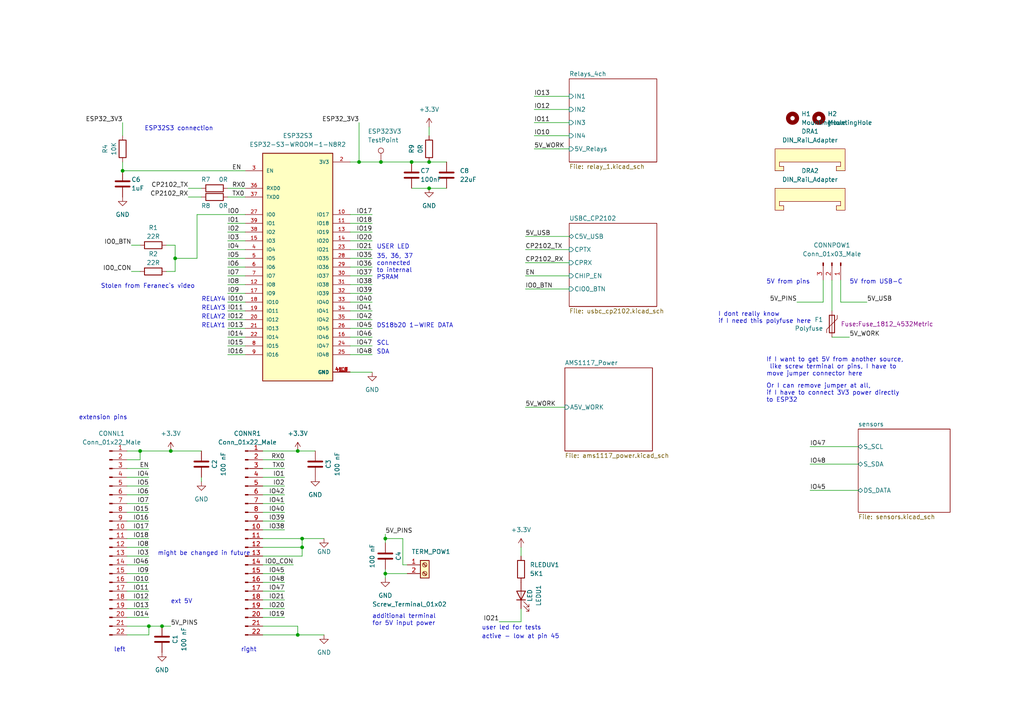
<source format=kicad_sch>
(kicad_sch (version 20211123) (generator eeschema)
  (paper "A4")
  (title_block (title "ESP32_4_relay") (date "2023-03-16") (rev "1") (company "IMBP"))
  (lib_symbols
    (symbol "Connector:Conn_01x03_Male" (pin_names (offset 1.016) hide)
      (property "Reference" "J" (at 0 5.08 0))
      (property "Value" "Conn_01x03_Male" (at 0 -5.08 0))
      (symbol "Conn_01x03_Male_1_1"
        (polyline (pts (xy 1.27 -2.54) (xy 0.8636 -2.54)) (stroke (width 0.1524)))
        (polyline (pts (xy 1.27 0) (xy 0.8636 0)) (stroke (width 0.1524)))
        (polyline (pts (xy 1.27 2.54) (xy 0.8636 2.54)) (stroke (width 0.1524)))
        (rectangle (start 0.8636 -2.413) (end 0 -2.667) (stroke (width 0.1524)) (fill (type outline)))
        (rectangle (start 0.8636 0.127) (end 0 -0.127) (stroke (width 0.1524)) (fill (type outline)))
        (rectangle (start 0.8636 2.667) (end 0 2.413) (stroke (width 0.1524)) (fill (type outline)))
        (pin passive line (at 5.08 2.54 180) (length 3.81) (name "Pin_1") (number "1"))
        (pin passive line (at 5.08 0 180) (length 3.81) (name "Pin_2") (number "2"))
        (pin passive line (at 5.08 -2.54 180) (length 3.81) (name "Pin_3") (number "3"))
      )
    )
    (symbol "Connector:Conn_01x22_Male" (pin_names (offset 1.016) hide)
      (property "Reference" "J" (at 0 27.94 0))
      (property "Value" "Conn_01x22_Male" (at 0 -30.48 0))
      (symbol "Conn_01x22_Male_1_1"
        (polyline (pts (xy 1.27 -27.94) (xy 0.8636 -27.94)) (stroke (width 0.1524)))
        (polyline (pts (xy 1.27 -25.4) (xy 0.8636 -25.4)) (stroke (width 0.1524)))
        (polyline (pts (xy 1.27 -22.86) (xy 0.8636 -22.86)) (stroke (width 0.1524)))
        (polyline (pts (xy 1.27 -20.32) (xy 0.8636 -20.32)) (stroke (width 0.1524)))
        (polyline (pts (xy 1.27 -17.78) (xy 0.8636 -17.78)) (stroke (width 0.1524)))
        (polyline (pts (xy 1.27 -15.24) (xy 0.8636 -15.24)) (stroke (width 0.1524)))
        (polyline (pts (xy 1.27 -12.7) (xy 0.8636 -12.7)) (stroke (width 0.1524)))
        (polyline (pts (xy 1.27 -10.16) (xy 0.8636 -10.16)) (stroke (width 0.1524)))
        (polyline (pts (xy 1.27 -7.62) (xy 0.8636 -7.62)) (stroke (width 0.1524)))
        (polyline (pts (xy 1.27 -5.08) (xy 0.8636 -5.08)) (stroke (width 0.1524)))
        (polyline (pts (xy 1.27 -2.54) (xy 0.8636 -2.54)) (stroke (width 0.1524)))
        (polyline (pts (xy 1.27 0) (xy 0.8636 0)) (stroke (width 0.1524)))
        (polyline (pts (xy 1.27 2.54) (xy 0.8636 2.54)) (stroke (width 0.1524)))
        (polyline (pts (xy 1.27 5.08) (xy 0.8636 5.08)) (stroke (width 0.1524)))
        (polyline (pts (xy 1.27 7.62) (xy 0.8636 7.62)) (stroke (width 0.1524)))
        (polyline (pts (xy 1.27 10.16) (xy 0.8636 10.16)) (stroke (width 0.1524)))
        (polyline (pts (xy 1.27 12.7) (xy 0.8636 12.7)) (stroke (width 0.1524)))
        (polyline (pts (xy 1.27 15.24) (xy 0.8636 15.24)) (stroke (width 0.1524)))
        (polyline (pts (xy 1.27 17.78) (xy 0.8636 17.78)) (stroke (width 0.1524)))
        (polyline (pts (xy 1.27 20.32) (xy 0.8636 20.32)) (stroke (width 0.1524)))
        (polyline (pts (xy 1.27 22.86) (xy 0.8636 22.86)) (stroke (width 0.1524)))
        (polyline (pts (xy 1.27 25.4) (xy 0.8636 25.4)) (stroke (width 0.1524)))
        (rectangle (start 0.8636 -27.813) (end 0 -28.067) (stroke (width 0.1524)) (fill (type outline)))
        (rectangle (start 0.8636 -25.273) (end 0 -25.527) (stroke (width 0.1524)) (fill (type outline)))
        (rectangle (start 0.8636 -22.733) (end 0 -22.987) (stroke (width 0.1524)) (fill (type outline)))
        (rectangle (start 0.8636 -20.193) (end 0 -20.447) (stroke (width 0.1524)) (fill (type outline)))
        (rectangle (start 0.8636 -17.653) (end 0 -17.907) (stroke (width 0.1524)) (fill (type outline)))
        (rectangle (start 0.8636 -15.113) (end 0 -15.367) (stroke (width 0.1524)) (fill (type outline)))
        (rectangle (start 0.8636 -12.573) (end 0 -12.827) (stroke (width 0.1524)) (fill (type outline)))
        (rectangle (start 0.8636 -10.033) (end 0 -10.287) (stroke (width 0.1524)) (fill (type outline)))
        (rectangle (start 0.8636 -7.493) (end 0 -7.747) (stroke (width 0.1524)) (fill (type outline)))
        (rectangle (start 0.8636 -4.953) (end 0 -5.207) (stroke (width 0.1524)) (fill (type outline)))
        (rectangle (start 0.8636 -2.413) (end 0 -2.667) (stroke (width 0.1524)) (fill (type outline)))
        (rectangle (start 0.8636 0.127) (end 0 -0.127) (stroke (width 0.1524)) (fill (type outline)))
        (rectangle (start 0.8636 2.667) (end 0 2.413) (stroke (width 0.1524)) (fill (type outline)))
        (rectangle (start 0.8636 5.207) (end 0 4.953) (stroke (width 0.1524)) (fill (type outline)))
        (rectangle (start 0.8636 7.747) (end 0 7.493) (stroke (width 0.1524)) (fill (type outline)))
        (rectangle (start 0.8636 10.287) (end 0 10.033) (stroke (width 0.1524)) (fill (type outline)))
        (rectangle (start 0.8636 12.827) (end 0 12.573) (stroke (width 0.1524)) (fill (type outline)))
        (rectangle (start 0.8636 15.367) (end 0 15.113) (stroke (width 0.1524)) (fill (type outline)))
        (rectangle (start 0.8636 17.907) (end 0 17.653) (stroke (width 0.1524)) (fill (type outline)))
        (rectangle (start 0.8636 20.447) (end 0 20.193) (stroke (width 0.1524)) (fill (type outline)))
        (rectangle (start 0.8636 22.987) (end 0 22.733) (stroke (width 0.1524)) (fill (type outline)))
        (rectangle (start 0.8636 25.527) (end 0 25.273) (stroke (width 0.1524)) (fill (type outline)))
        (pin passive line (at 5.08 25.4 180) (length 3.81) (name "Pin_1") (number "1"))
        (pin passive line (at 5.08 2.54 180) (length 3.81) (name "Pin_10") (number "10"))
        (pin passive line (at 5.08 0 180) (length 3.81) (name "Pin_11") (number "11"))
        (pin passive line (at 5.08 -2.54 180) (length 3.81) (name "Pin_12") (number "12"))
        (pin passive line (at 5.08 -5.08 180) (length 3.81) (name "Pin_13") (number "13"))
        (pin passive line (at 5.08 -7.62 180) (length 3.81) (name "Pin_14") (number "14"))
        (pin passive line (at 5.08 -10.16 180) (length 3.81) (name "Pin_15") (number "15"))
        (pin passive line (at 5.08 -12.7 180) (length 3.81) (name "Pin_16") (number "16"))
        (pin passive line (at 5.08 -15.24 180) (length 3.81) (name "Pin_17") (number "17"))
        (pin passive line (at 5.08 -17.78 180) (length 3.81) (name "Pin_18") (number "18"))
        (pin passive line (at 5.08 -20.32 180) (length 3.81) (name "Pin_19") (number "19"))
        (pin passive line (at 5.08 22.86 180) (length 3.81) (name "Pin_2") (number "2"))
        (pin passive line (at 5.08 -22.86 180) (length 3.81) (name "Pin_20") (number "20"))
        (pin passive line (at 5.08 -25.4 180) (length 3.81) (name "Pin_21") (number "21"))
        (pin passive line (at 5.08 -27.94 180) (length 3.81) (name "Pin_22") (number "22"))
        (pin passive line (at 5.08 20.32 180) (length 3.81) (name "Pin_3") (number "3"))
        (pin passive line (at 5.08 17.78 180) (length 3.81) (name "Pin_4") (number "4"))
        (pin passive line (at 5.08 15.24 180) (length 3.81) (name "Pin_5") (number "5"))
        (pin passive line (at 5.08 12.7 180) (length 3.81) (name "Pin_6") (number "6"))
        (pin passive line (at 5.08 10.16 180) (length 3.81) (name "Pin_7") (number "7"))
        (pin passive line (at 5.08 7.62 180) (length 3.81) (name "Pin_8") (number "8"))
        (pin passive line (at 5.08 5.08 180) (length 3.81) (name "Pin_9") (number "9"))
      )
    )
    (symbol "Connector:Screw_Terminal_01x02" (pin_names (offset 1.016) hide)
      (property "Reference" "J" (at 0 2.54 0))
      (property "Value" "Screw_Terminal_01x02" (at 0 -5.08 0))
      (symbol "Screw_Terminal_01x02_1_1"
        (rectangle (start -1.27 1.27) (end 1.27 -3.81) (stroke (width 0.254)) (fill (type background)))
        (circle (center 0 -2.54) (radius 0.635) (stroke (width 0.1524)))
        (polyline (pts (xy -0.5334 -2.2098) (xy 0.3302 -3.048)) (stroke (width 0.1524)))
        (polyline (pts (xy -0.5334 0.3302) (xy 0.3302 -0.508)) (stroke (width 0.1524)))
        (polyline (pts (xy -0.3556 -2.032) (xy 0.508 -2.8702)) (stroke (width 0.1524)))
        (polyline (pts (xy -0.3556 0.508) (xy 0.508 -0.3302)) (stroke (width 0.1524)))
        (circle (center 0 0) (radius 0.635) (stroke (width 0.1524)))
        (pin passive line (at -5.08 0 0) (length 3.81) (name "Pin_1") (number "1"))
        (pin passive line (at -5.08 -2.54 0) (length 3.81) (name "Pin_2") (number "2"))
      )
    )
    (symbol "Connector:TestPoint" (pin_numbers hide) (pin_names (offset 0.762) hide)
      (property "Reference" "TP" (at 0 6.858 0))
      (property "Value" "TestPoint" (at 0 5.08 0))
      (symbol "TestPoint_0_1"
        (circle (center 0 3.302) (radius 0.762))
      )
      (symbol "TestPoint_1_1"
        (pin passive line (at 0 0 90) (length 2.54) (name "1") (number "1"))
      )
    )
    (symbol "Device:C" (pin_numbers hide) (pin_names (offset 0.254))
      (property "Reference" "C" (at 0.635 2.54 0))
      (property "Value" "C" (at 0.635 -2.54 0))
      (symbol "C_0_1"
        (polyline (pts (xy -2.032 -0.762) (xy 2.032 -0.762)) (stroke (width 0.508)))
        (polyline (pts (xy -2.032 0.762) (xy 2.032 0.762)) (stroke (width 0.508)))
      )
      (symbol "C_1_1"
        (pin passive line (at 0 3.81 270) (length 2.794) (name "~") (number "1"))
        (pin passive line (at 0 -3.81 90) (length 2.794) (name "~") (number "2"))
      )
    )
    (symbol "Device:LED" (pin_numbers hide) (pin_names (offset 1.016) hide)
      (property "Reference" "D" (at 0 2.54 0))
      (property "Value" "LED" (at 0 -2.54 0))
      (symbol "LED_0_1"
        (polyline (pts (xy -1.27 -1.27) (xy -1.27 1.27)) (stroke (width 0.254)))
        (polyline (pts (xy -1.27 0) (xy 1.27 0)))
        (polyline (pts (xy 1.27 -1.27) (xy 1.27 1.27) (xy -1.27 0) (xy 1.27 -1.27)) (stroke (width 0.254)))
        (polyline (pts (xy -3.048 -0.762) (xy -4.572 -2.286) (xy -3.81 -2.286) (xy -4.572 -2.286) (xy -4.572 -1.524)))
        (polyline (pts (xy -1.778 -0.762) (xy -3.302 -2.286) (xy -2.54 -2.286) (xy -3.302 -2.286) (xy -3.302 -1.524)))
      )
      (symbol "LED_1_1"
        (pin passive line (at -3.81 0 0) (length 2.54) (name "K") (number "1"))
        (pin passive line (at 3.81 0 180) (length 2.54) (name "A") (number "2"))
      )
    )
    (symbol "Device:Polyfuse" (pin_numbers hide) (pin_names (offset 0))
      (property "Reference" "F" (at -2.54 0 90))
      (property "Value" "Polyfuse" (at 2.54 0 90))
      (symbol "Polyfuse_0_1"
        (rectangle (start -0.762 2.54) (end 0.762 -2.54) (stroke (width 0.254)))
        (polyline (pts (xy 0 2.54) (xy 0 -2.54)))
        (polyline (pts (xy -1.524 2.54) (xy -1.524 1.524) (xy 1.524 -1.524) (xy 1.524 -2.54)))
      )
      (symbol "Polyfuse_1_1"
        (pin passive line (at 0 3.81 270) (length 1.27) (name "~") (number "1"))
        (pin passive line (at 0 -3.81 90) (length 1.27) (name "~") (number "2"))
      )
    )
    (symbol "Device:R" (pin_numbers hide) (pin_names (offset 0))
      (property "Reference" "R" (at 2.032 0 90))
      (property "Value" "R" (at 0 0 90))
      (symbol "R_0_1"
        (rectangle (start -1.016 -2.54) (end 1.016 2.54) (stroke (width 0.254)))
      )
      (symbol "R_1_1"
        (pin passive line (at 0 3.81 270) (length 1.27) (name "~") (number "1"))
        (pin passive line (at 0 -3.81 90) (length 1.27) (name "~") (number "2"))
      )
    )
    (symbol "ESP32-S3-WROOM-1-N8R2:ESP32-S3-WROOM-1-N8R2" (pin_names (offset 1.016))
      (property "Reference" "U" (at -10.16 34.1122 0))
      (property "Value" "ESP32-S3-WROOM-1-N8R2" (at -10.16 -35.56 0))
      (symbol "ESP32-S3-WROOM-1-N8R2_0_0"
        (rectangle (start -10.16 -33.02) (end 10.16 33.02) (stroke (width 0.254)) (fill (type background)))
        (pin power_in line (at 15.24 -30.48 180) (length 5.08) (name "GND") (number "1"))
        (pin bidirectional line (at 15.24 15.24 180) (length 5.08) (name "IO17") (number "10"))
        (pin bidirectional line (at 15.24 12.7 180) (length 5.08) (name "IO18") (number "11"))
        (pin bidirectional line (at -15.24 -5.08 0) (length 5.08) (name "IO8") (number "12"))
        (pin bidirectional line (at 15.24 10.16 180) (length 5.08) (name "IO19") (number "13"))
        (pin bidirectional line (at 15.24 7.62 180) (length 5.08) (name "IO20") (number "14"))
        (pin bidirectional line (at -15.24 7.62 0) (length 5.08) (name "IO3") (number "15"))
        (pin bidirectional line (at 15.24 -20.32 180) (length 5.08) (name "IO46") (number "16"))
        (pin bidirectional line (at -15.24 -7.62 0) (length 5.08) (name "IO9") (number "17"))
        (pin bidirectional line (at -15.24 -10.16 0) (length 5.08) (name "IO10") (number "18"))
        (pin bidirectional line (at -15.24 -12.7 0) (length 5.08) (name "IO11") (number "19"))
        (pin power_in line (at 15.24 30.48 180) (length 5.08) (name "3V3") (number "2"))
        (pin bidirectional line (at -15.24 -15.24 0) (length 5.08) (name "IO12") (number "20"))
        (pin bidirectional line (at -15.24 -17.78 0) (length 5.08) (name "IO13") (number "21"))
        (pin bidirectional line (at -15.24 -20.32 0) (length 5.08) (name "IO14") (number "22"))
        (pin bidirectional line (at 15.24 5.08 180) (length 5.08) (name "IO21") (number "23"))
        (pin bidirectional line (at 15.24 -22.86 180) (length 5.08) (name "IO47") (number "24"))
        (pin bidirectional line (at 15.24 -25.4 180) (length 5.08) (name "IO48") (number "25"))
        (pin bidirectional line (at 15.24 -17.78 180) (length 5.08) (name "IO45") (number "26"))
        (pin bidirectional line (at -15.24 15.24 0) (length 5.08) (name "IO0") (number "27"))
        (pin bidirectional line (at 15.24 2.54 180) (length 5.08) (name "IO35") (number "28"))
        (pin bidirectional line (at 15.24 0 180) (length 5.08) (name "IO36") (number "29"))
        (pin input line (at -15.24 27.94 0) (length 5.08) (name "EN") (number "3"))
        (pin bidirectional line (at 15.24 -2.54 180) (length 5.08) (name "IO37") (number "30"))
        (pin bidirectional line (at 15.24 -5.08 180) (length 5.08) (name "IO38") (number "31"))
        (pin bidirectional line (at 15.24 -7.62 180) (length 5.08) (name "IO39") (number "32"))
        (pin bidirectional line (at 15.24 -10.16 180) (length 5.08) (name "IO40") (number "33"))
        (pin bidirectional line (at 15.24 -12.7 180) (length 5.08) (name "IO41") (number "34"))
        (pin bidirectional line (at 15.24 -15.24 180) (length 5.08) (name "IO42") (number "35"))
        (pin bidirectional line (at -15.24 22.86 0) (length 5.08) (name "RXD0") (number "36"))
        (pin bidirectional line (at -15.24 20.32 0) (length 5.08) (name "TXD0") (number "37"))
        (pin bidirectional line (at -15.24 10.16 0) (length 5.08) (name "IO2") (number "38"))
        (pin bidirectional line (at -15.24 12.7 0) (length 5.08) (name "IO1") (number "39"))
        (pin bidirectional line (at -15.24 5.08 0) (length 5.08) (name "IO4") (number "4"))
        (pin power_in line (at 15.24 -30.48 180) (length 5.08) (name "GND") (number "40"))
        (pin power_in line (at 15.24 -30.48 180) (length 5.08) (name "GND") (number "41_1"))
        (pin power_in line (at 15.24 -30.48 180) (length 5.08) (name "GND") (number "41_2"))
        (pin power_in line (at 15.24 -30.48 180) (length 5.08) (name "GND") (number "41_3"))
        (pin power_in line (at 15.24 -30.48 180) (length 5.08) (name "GND") (number "41_4"))
        (pin power_in line (at 15.24 -30.48 180) (length 5.08) (name "GND") (number "41_5"))
        (pin power_in line (at 15.24 -30.48 180) (length 5.08) (name "GND") (number "41_6"))
        (pin power_in line (at 15.24 -30.48 180) (length 5.08) (name "GND") (number "41_7"))
        (pin power_in line (at 15.24 -30.48 180) (length 5.08) (name "GND") (number "41_8"))
        (pin power_in line (at 15.24 -30.48 180) (length 5.08) (name "GND") (number "41_9"))
        (pin bidirectional line (at -15.24 2.54 0) (length 5.08) (name "IO5") (number "5"))
        (pin bidirectional line (at -15.24 0 0) (length 5.08) (name "IO6") (number "6"))
        (pin bidirectional line (at -15.24 -2.54 0) (length 5.08) (name "IO7") (number "7"))
        (pin bidirectional line (at -15.24 -22.86 0) (length 5.08) (name "IO15") (number "8"))
        (pin bidirectional line (at -15.24 -25.4 0) (length 5.08) (name "IO16") (number "9"))
      )
    )
    (symbol "Mechanical:DIN_Rail_Adapter"
      (property "Reference" "DRA" (at 0 6.35 0))
      (property "Value" "DIN_Rail_Adapter" (at 0 3.81 0))
      (symbol "DIN_Rail_Adapter_0_1"
        (polyline (pts (xy 10.16 2.54) (xy -10.16 2.54) (xy -10.16 -3.81) (xy -7.62 -3.81) (xy -7.62 -2.54) (xy -8.89 -2.54) (xy -8.89 -1.27) (xy 8.89 -1.27) (xy 8.89 -2.54) (xy 7.62 -2.54) (xy 7.62 -3.81) (xy 10.16 -3.81) (xy 10.16 2.54) (xy -10.16 2.54)) (fill (type background)))
      )
    )
    (symbol "Mechanical:MountingHole" (pin_names (offset 1.016))
      (property "Reference" "H" (at 0 5.08 0))
      (property "Value" "MountingHole" (at 0 3.175 0))
      (symbol "MountingHole_0_1"
        (circle (center 0 0) (radius 1.27) (stroke (width 1.27)))
      )
    )
    (symbol "power:+3.3V" (power) (pin_names (offset 0))
      (property "Value" "+3.3V" (at 0 3.556 0))
      (symbol "+3.3V_0_1"
        (polyline (pts (xy -0.762 1.27) (xy 0 2.54)))
        (polyline (pts (xy 0 0) (xy 0 2.54)))
        (polyline (pts (xy 0 2.54) (xy 0.762 1.27)))
      )
      (symbol "+3.3V_1_1"
        (pin power_in line (at 0 0 90) (length 0) hide (name "+3.3V") (number "1"))
      )
    )
    (symbol "power:GND" (power) (pin_names (offset 0))
      (property "Value" "GND" (at 0 -3.81 0))
      (symbol "GND_0_1"
        (polyline (pts (xy 0 0) (xy 0 -1.27) (xy 1.27 -1.27) (xy 0 -2.54) (xy -1.27 -1.27) (xy 0 -1.27)))
      )
      (symbol "GND_1_1"
        (pin power_in line (at 0 0 270) (length 0) hide (name "GND") (number "1"))
      )
    )
  )
  (junction (at 35.56 49.53))
  (junction (at 124.46 46.99))
  (junction (at 87.63 156.21))
  (junction (at 124.46 54.61))
  (junction (at 86.36 130.81))
  (junction (at 49.53 130.81))
  (junction (at 111.76 166.37))
  (junction (at 43.18 181.61))
  (junction (at 119.38 46.99))
  (junction (at 110.49 46.99))
  (junction (at 104.14 46.99))
  (junction (at 87.63 158.75))
  (junction (at 111.76 156.21))
  (junction (at 40.64 130.81))
  (junction (at 50.8 74.93))
  (junction (at 86.36 184.15))
  (junction (at 46.99 181.61))
  (wire (pts (xy 238.76 87.63) (xy 238.76 81.28)))
  (wire (pts (xy 76.2 166.37) (xy 82.55 166.37)))
  (wire (pts (xy 66.04 82.55) (xy 71.12 82.55)))
  (wire (pts (xy 46.99 181.61) (xy 49.53 181.61)))
  (wire (pts (xy 57.15 62.23) (xy 57.15 74.93)))
  (wire (pts (xy 243.84 87.63) (xy 243.84 81.28)))
  (wire (pts (xy 101.6 85.09) (xy 107.95 85.09)))
  (wire (pts (xy 36.83 173.99) (xy 43.18 173.99)))
  (wire (pts (xy 76.2 171.45) (xy 82.55 171.45)))
  (wire (pts (xy 110.49 46.99) (xy 119.38 46.99)))
  (wire (pts (xy 111.76 166.37) (xy 118.11 166.37)))
  (wire (pts (xy 76.2 158.75) (xy 87.63 158.75)))
  (wire (pts (xy 151.13 176.53) (xy 151.13 180.34)))
  (wire (pts (xy 36.83 168.91) (xy 43.18 168.91)))
  (wire (pts (xy 66.04 77.47) (xy 71.12 77.47)))
  (wire (pts (xy 104.14 46.99) (xy 110.49 46.99)))
  (wire (pts (xy 76.2 138.43) (xy 82.55 138.43)))
  (wire (pts (xy 234.95 134.62) (xy 248.92 134.62)))
  (wire (pts (xy 116.84 156.21) (xy 111.76 156.21)))
  (wire (pts (xy 124.46 54.61) (xy 129.54 54.61)))
  (wire (pts (xy 86.36 184.15) (xy 86.36 181.61)))
  (wire (pts (xy 38.1 78.74) (xy 40.64 78.74)))
  (wire (pts (xy 231.14 87.63) (xy 238.76 87.63)))
  (wire (pts (xy 101.6 107.95) (xy 107.95 107.95)))
  (wire (pts (xy 40.64 133.35) (xy 40.64 130.81)))
  (wire (pts (xy 101.6 62.23) (xy 107.95 62.23)))
  (wire (pts (xy 49.53 130.81) (xy 58.42 130.81)))
  (wire (pts (xy 101.6 97.79) (xy 107.95 97.79)))
  (wire (pts (xy 101.6 72.39) (xy 107.95 72.39)))
  (wire (pts (xy 101.6 102.87) (xy 107.95 102.87)))
  (wire (pts (xy 36.83 176.53) (xy 43.18 176.53)))
  (wire (pts (xy 36.83 171.45) (xy 43.18 171.45)))
  (wire (pts (xy 38.1 71.12) (xy 40.64 71.12)))
  (wire (pts (xy 66.04 54.61) (xy 71.12 54.61)))
  (wire (pts (xy 101.6 82.55) (xy 107.95 82.55)))
  (wire (pts (xy 154.94 31.75) (xy 165.1 31.75)))
  (wire (pts (xy 50.8 74.93) (xy 50.8 78.74)))
  (wire (pts (xy 58.42 138.43) (xy 58.42 139.7)))
  (wire (pts (xy 124.46 36.83) (xy 124.46 39.37)))
  (wire (pts (xy 101.6 100.33) (xy 107.95 100.33)))
  (wire (pts (xy 76.2 148.59) (xy 82.55 148.59)))
  (wire (pts (xy 76.2 163.83) (xy 85.09 163.83)))
  (wire (pts (xy 66.04 100.33) (xy 71.12 100.33)))
  (wire (pts (xy 154.94 35.56) (xy 165.1 35.56)))
  (wire (pts (xy 86.36 130.81) (xy 91.44 130.81)))
  (wire (pts (xy 87.63 158.75) (xy 87.63 156.21)))
  (wire (pts (xy 66.04 67.31) (xy 71.12 67.31)))
  (wire (pts (xy 66.04 102.87) (xy 71.12 102.87)))
  (wire (pts (xy 36.83 140.97) (xy 43.18 140.97)))
  (wire (pts (xy 76.2 133.35) (xy 82.55 133.35)))
  (wire (pts (xy 76.2 184.15) (xy 86.36 184.15)))
  (wire (pts (xy 76.2 153.67) (xy 82.55 153.67)))
  (wire (pts (xy 36.83 143.51) (xy 43.18 143.51)))
  (wire (pts (xy 154.94 39.37) (xy 165.1 39.37)))
  (wire (pts (xy 76.2 135.89) (xy 82.55 135.89)))
  (wire (pts (xy 50.8 74.93) (xy 57.15 74.93)))
  (wire (pts (xy 101.6 67.31) (xy 107.95 67.31)))
  (wire (pts (xy 152.4 76.2) (xy 165.1 76.2)))
  (wire (pts (xy 36.83 146.05) (xy 43.18 146.05)))
  (wire (pts (xy 86.36 184.15) (xy 93.98 184.15)))
  (wire (pts (xy 101.6 87.63) (xy 107.95 87.63)))
  (wire (pts (xy 36.83 166.37) (xy 43.18 166.37)))
  (wire (pts (xy 111.76 165.1) (xy 111.76 166.37)))
  (wire (pts (xy 119.38 46.99) (xy 124.46 46.99)))
  (wire (pts (xy 66.04 80.01) (xy 71.12 80.01)))
  (wire (pts (xy 35.56 46.99) (xy 35.56 49.53)))
  (wire (pts (xy 101.6 95.25) (xy 107.95 95.25)))
  (wire (pts (xy 101.6 80.01) (xy 107.95 80.01)))
  (wire (pts (xy 76.2 140.97) (xy 82.55 140.97)))
  (wire (pts (xy 66.04 90.17) (xy 71.12 90.17)))
  (wire (pts (xy 76.2 168.91) (xy 82.55 168.91)))
  (wire (pts (xy 111.76 154.94) (xy 111.76 156.21)))
  (wire (pts (xy 118.11 163.83) (xy 116.84 163.83)))
  (wire (pts (xy 36.83 135.89) (xy 43.18 135.89)))
  (wire (pts (xy 76.2 156.21) (xy 87.63 156.21)))
  (wire (pts (xy 36.83 184.15) (xy 43.18 184.15)))
  (wire (pts (xy 111.76 157.48) (xy 111.76 156.21)))
  (wire (pts (xy 76.2 146.05) (xy 82.55 146.05)))
  (wire (pts (xy 66.04 87.63) (xy 71.12 87.63)))
  (wire (pts (xy 35.56 49.53) (xy 71.12 49.53)))
  (wire (pts (xy 234.95 142.24) (xy 248.92 142.24)))
  (wire (pts (xy 151.13 158.75) (xy 151.13 161.29)))
  (wire (pts (xy 66.04 74.93) (xy 71.12 74.93)))
  (wire (pts (xy 76.2 151.13) (xy 82.55 151.13)))
  (wire (pts (xy 87.63 161.29) (xy 87.63 158.75)))
  (wire (pts (xy 36.83 163.83) (xy 43.18 163.83)))
  (wire (pts (xy 87.63 156.21) (xy 93.98 156.21)))
  (wire (pts (xy 66.04 95.25) (xy 71.12 95.25)))
  (wire (pts (xy 48.26 78.74) (xy 50.8 78.74)))
  (wire (pts (xy 152.4 118.11) (xy 163.83 118.11)))
  (wire (pts (xy 101.6 69.85) (xy 107.95 69.85)))
  (wire (pts (xy 101.6 92.71) (xy 107.95 92.71)))
  (wire (pts (xy 36.83 156.21) (xy 43.18 156.21)))
  (wire (pts (xy 111.76 167.64) (xy 111.76 166.37)))
  (wire (pts (xy 54.61 54.61) (xy 58.42 54.61)))
  (wire (pts (xy 101.6 74.93) (xy 107.95 74.93)))
  (wire (pts (xy 66.04 97.79) (xy 71.12 97.79)))
  (wire (pts (xy 101.6 46.99) (xy 104.14 46.99)))
  (wire (pts (xy 50.8 71.12) (xy 50.8 74.93)))
  (wire (pts (xy 66.04 92.71) (xy 71.12 92.71)))
  (wire (pts (xy 234.95 129.54) (xy 248.92 129.54)))
  (wire (pts (xy 36.83 138.43) (xy 43.18 138.43)))
  (wire (pts (xy 76.2 181.61) (xy 86.36 181.61)))
  (wire (pts (xy 76.2 176.53) (xy 82.55 176.53)))
  (wire (pts (xy 66.04 64.77) (xy 71.12 64.77)))
  (wire (pts (xy 36.83 151.13) (xy 43.18 151.13)))
  (wire (pts (xy 36.83 179.07) (xy 43.18 179.07)))
  (wire (pts (xy 66.04 72.39) (xy 71.12 72.39)))
  (wire (pts (xy 101.6 64.77) (xy 107.95 64.77)))
  (wire (pts (xy 36.83 133.35) (xy 40.64 133.35)))
  (wire (pts (xy 40.64 130.81) (xy 49.53 130.81)))
  (wire (pts (xy 152.4 83.82) (xy 165.1 83.82)))
  (wire (pts (xy 36.83 161.29) (xy 43.18 161.29)))
  (wire (pts (xy 35.56 39.37) (xy 35.56 35.56)))
  (wire (pts (xy 48.26 71.12) (xy 50.8 71.12)))
  (wire (pts (xy 36.83 148.59) (xy 43.18 148.59)))
  (wire (pts (xy 76.2 173.99) (xy 82.55 173.99)))
  (wire (pts (xy 144.78 180.34) (xy 151.13 180.34)))
  (wire (pts (xy 76.2 143.51) (xy 82.55 143.51)))
  (wire (pts (xy 57.15 62.23) (xy 71.12 62.23)))
  (wire (pts (xy 54.61 57.15) (xy 58.42 57.15)))
  (wire (pts (xy 36.83 158.75) (xy 43.18 158.75)))
  (wire (pts (xy 152.4 72.39) (xy 165.1 72.39)))
  (wire (pts (xy 43.18 181.61) (xy 46.99 181.61)))
  (wire (pts (xy 241.3 81.28) (xy 241.3 90.17)))
  (wire (pts (xy 40.64 130.81) (xy 36.83 130.81)))
  (wire (pts (xy 66.04 69.85) (xy 71.12 69.85)))
  (wire (pts (xy 124.46 46.99) (xy 129.54 46.99)))
  (wire (pts (xy 101.6 77.47) (xy 107.95 77.47)))
  (wire (pts (xy 116.84 163.83) (xy 116.84 156.21)))
  (wire (pts (xy 76.2 130.81) (xy 86.36 130.81)))
  (wire (pts (xy 66.04 85.09) (xy 71.12 85.09)))
  (wire (pts (xy 251.46 87.63) (xy 243.84 87.63)))
  (wire (pts (xy 104.14 35.56) (xy 104.14 46.99)))
  (wire (pts (xy 76.2 161.29) (xy 87.63 161.29)))
  (wire (pts (xy 119.38 54.61) (xy 124.46 54.61)))
  (wire (pts (xy 152.4 80.01) (xy 165.1 80.01)))
  (wire (pts (xy 241.3 97.79) (xy 246.38 97.79)))
  (wire (pts (xy 36.83 153.67) (xy 43.18 153.67)))
  (wire (pts (xy 154.94 27.94) (xy 165.1 27.94)))
  (wire (pts (xy 154.94 43.18) (xy 165.1 43.18)))
  (wire (pts (xy 43.18 184.15) (xy 43.18 181.61)))
  (wire (pts (xy 66.04 57.15) (xy 71.12 57.15)))
  (wire (pts (xy 152.4 68.58) (xy 165.1 68.58)))
  (wire (pts (xy 101.6 90.17) (xy 107.95 90.17)))
  (wire (pts (xy 76.2 179.07) (xy 82.55 179.07)))
  (wire (pts (xy 36.83 181.61) (xy 43.18 181.61)))
  (text "ESP32S3 connection" (at 41.91 38.1 0) (effects (font (size 1.27 1.27)) (justify left bottom)))
  (text "left" (at 33.02 189.23 0) (effects (font (size 1.27 1.27)) (justify left bottom)))
  (text "5V from pins" (at 222.25 82.55 0) (effects (font (size 1.27 1.27)) (justify left bottom)))
  (text "5V from USB-C" (at 246.38 82.55 0) (effects (font (size 1.27 1.27)) (justify left bottom)))
  (text "Or I can remove jumper at all,\nif I have to connect 3V3 power directly \nto ESP32" (at 222.25 116.84 0) (effects (font (size 1.27 1.27)) (justify left bottom)))
  (text "might be changed in future" (at 45.72 161.29 0) (effects (font (size 1.27 1.27)) (justify left bottom)))
  (text "extension pins" (at 22.86 121.92 0) (effects (font (size 1.27 1.27)) (justify left bottom)))
  (text "35, 36, 37\nconnected\nto internal\nPSRAM" (at 109.22 81.28 0) (effects (font (size 1.27 1.27)) (justify left bottom)))
  (text "user led for tests" (at 139.7 182.88 0) (effects (font (size 1.27 1.27)) (justify left bottom)))
  (text "SCL" (at 109.22 100.33 0) (effects (font (size 1.27 1.27)) (justify left bottom)))
  (text "SDA" (at 109.22 102.87 0) (effects (font (size 1.27 1.27)) (justify left bottom)))
  (text "ext 5V" (at 49.53 175.26 0) (effects (font (size 1.27 1.27)) (justify left bottom)))
  (text "I dont really know \nif I need this polyfuse here" (at 208.28 93.98 0) (effects (font (size 1.27 1.27)) (justify left bottom)))
  (text "USER LED" (at 109.22 72.39 0) (effects (font (size 1.27 1.27)) (justify left bottom)))
  (text "RELAY2" (at 58.42 92.71 0) (effects (font (size 1.27 1.27)) (justify left bottom)))
  (text "right" (at 69.85 189.23 0) (effects (font (size 1.27 1.27)) (justify left bottom)))
  (text "additional terminal\nfor 5V input power" (at 107.95 181.61 0) (effects (font (size 1.27 1.27)) (justify left bottom)))
  (text "RELAY1" (at 58.42 95.25 0) (effects (font (size 1.27 1.27)) (justify left bottom)))
  (text "active - low at pin 45" (at 139.7 185.42 0) (effects (font (size 1.27 1.27)) (justify left bottom)))
  (text "RELAY4" (at 58.42 87.63 0) (effects (font (size 1.27 1.27)) (justify left bottom)))
  (text "DS18b20 1-WIRE DATA" (at 109.22 95.25 0) (effects (font (size 1.27 1.27)) (justify left bottom)))
  (text "Stolen from Feranec`s video" (at 29.21 83.82 0) (effects (font (size 1.27 1.27)) (justify left bottom)))
  (text "If I want to get 5V from another source,\n like screw terminal or pins, I have to\nmove jumper connector here" (at 222.25 109.22 0) (effects (font (size 1.27 1.27)) (justify left bottom)))
  (text "RELAY3" (at 58.42 90.17 0) (effects (font (size 1.27 1.27)) (justify left bottom)))
  (label "IO6" (at 66.04 77.47 0))
  (label "IO47" (at 82.55 171.45 180))
  (label "IO2" (at 66.04 67.31 0))
  (label "IO0_CON" (at 85.09 163.83 180))
  (label "IO5" (at 43.18 140.97 180))
  (label "IO7" (at 43.18 146.05 180))
  (label "IO48" (at 107.95 102.87 180))
  (label "IO38" (at 82.55 153.67 180))
  (label "IO38" (at 107.95 82.55 180))
  (label "IO18" (at 107.95 64.77 180))
  (label "IO39" (at 82.55 151.13 180))
  (label "IO9" (at 66.04 85.09 0))
  (label "IO47" (at 234.95 129.54 0))
  (label "IO0_BTN" (at 38.1 71.12 180))
  (label "IO15" (at 43.18 148.59 180))
  (label "IO20" (at 82.55 176.53 180))
  (label "IO0" (at 66.04 62.23 0))
  (label "5V_PINS" (at 49.53 181.61 0))
  (label "IO10" (at 66.04 87.63 0))
  (label "EN" (at 67.31 49.53 0))
  (label "5V_PINS" (at 111.76 154.94 0))
  (label "IO46" (at 107.95 97.79 180))
  (label "IO13" (at 154.94 27.94 0))
  (label "CP2102_TX" (at 54.61 54.61 180))
  (label "IO14" (at 43.18 179.07 180))
  (label "5V_WORK" (at 154.94 43.18 0))
  (label "IO41" (at 107.95 90.17 180))
  (label "EN" (at 152.4 80.01 0))
  (label "IO10" (at 154.94 39.37 0))
  (label "IO3" (at 43.18 161.29 180))
  (label "IO21" (at 144.78 180.34 180))
  (label "5V_USB" (at 251.46 87.63 0))
  (label "CP2102_RX" (at 152.4 76.2 0))
  (label "IO14" (at 66.04 97.79 0))
  (label "IO16" (at 66.04 102.87 0))
  (label "IO8" (at 43.18 158.75 180))
  (label "IO18" (at 43.18 156.21 180))
  (label "5V_WORK" (at 152.4 118.11 0))
  (label "TX0" (at 67.31 57.15 0))
  (label "ESP32_3V3" (at 104.14 35.56 180))
  (label "IO17" (at 43.18 153.67 180))
  (label "IO46" (at 43.18 163.83 180))
  (label "IO48" (at 234.95 134.62 0))
  (label "IO6" (at 43.18 143.51 180))
  (label "IO36" (at 107.95 77.47 180))
  (label "5V_PINS" (at 231.14 87.63 180))
  (label "IO42" (at 107.95 92.71 180))
  (label "IO17" (at 107.95 62.23 180))
  (label "IO16" (at 43.18 151.13 180))
  (label "IO0_CON" (at 38.1 78.74 180))
  (label "IO4" (at 66.04 72.39 0))
  (label "IO45" (at 82.55 166.37 180))
  (label "CP2102_RX" (at 54.61 57.15 180))
  (label "IO12" (at 66.04 92.71 0))
  (label "IO45" (at 107.95 95.25 180))
  (label "EN" (at 43.18 135.89 180))
  (label "IO7" (at 66.04 80.01 0))
  (label "IO3" (at 66.04 69.85 0))
  (label "IO20" (at 107.95 69.85 180))
  (label "TX0" (at 82.55 135.89 180))
  (label "IO11" (at 43.18 171.45 180))
  (label "IO0_BTN" (at 152.4 83.82 0))
  (label "IO21" (at 107.95 72.39 180))
  (label "IO2" (at 82.55 140.97 180))
  (label "IO45" (at 234.95 142.24 0))
  (label "IO8" (at 66.04 82.55 0))
  (label "IO21" (at 82.55 173.99 180))
  (label "IO11" (at 66.04 90.17 0))
  (label "5V_USB" (at 152.4 68.58 0))
  (label "IO1" (at 82.55 138.43 180))
  (label "IO35" (at 107.95 74.93 180))
  (label "ESP32_3V3" (at 35.56 35.56 180))
  (label "IO4" (at 43.18 138.43 180))
  (label "IO13" (at 66.04 95.25 0))
  (label "IO11" (at 154.94 35.56 0))
  (label "IO1" (at 66.04 64.77 0))
  (label "CP2102_TX" (at 152.4 72.39 0))
  (label "RX0" (at 67.31 54.61 0))
  (label "IO42" (at 82.55 143.51 180))
  (label "IO40" (at 82.55 148.59 180))
  (label "IO10" (at 43.18 168.91 180))
  (label "IO41" (at 82.55 146.05 180))
  (label "IO15" (at 66.04 100.33 0))
  (label "IO39" (at 107.95 85.09 180))
  (label "IO37" (at 107.95 80.01 180))
  (label "IO40" (at 107.95 87.63 180))
  (label "IO48" (at 82.55 168.91 180))
  (label "IO12" (at 154.94 31.75 0))
  (label "RX0" (at 82.55 133.35 180))
  (label "IO9" (at 43.18 166.37 180))
  (label "5V_WORK" (at 246.38 97.79 0))
  (label "IO19" (at 82.55 179.07 180))
  (label "IO47" (at 107.95 100.33 180))
  (label "IO12" (at 43.18 173.99 180))
  (label "IO13" (at 43.18 176.53 180))
  (label "IO19" (at 107.95 67.31 180))
  (label "IO5" (at 66.04 74.93 0))
  (symbol (lib_id "Device:C") (at 35.56 53.34 0) (unit 1)
    (property "Reference" "C6" (at 38.1 52.07 0) (effects (justify left)))
    (property "Value" "1uF" (at 38.1 54.61 0) (effects (justify left)))
    (property "Footprint" "Capacitor_SMD:C_0805_2012Metric" (effects hide))
  )
  (symbol (lib_id "power:GND") (at 107.95 107.95 0) (unit 1)
    (property "Reference" "#PWR0114" (effects hide))
    (property "Value" "GND" (at 107.95 113.03 0))
  )
  (symbol (lib_id "Device:LED") (at 151.13 172.72 90) (unit 1)
    (property "Reference" "LEDU1" (at 156.21 172.72 0))
    (property "Value" "LED" (at 153.67 172.72 0))
    (property "Footprint" "LED_SMD:LED_0805_2012Metric" (effects hide))
  )
  (symbol (lib_id "Device:C") (at 119.38 50.8 0) (unit 1)
    (property "Reference" "C7" (at 121.92 49.53 0) (effects (justify left)))
    (property "Value" "100nF" (at 121.92 52.07 0) (effects (justify left)))
    (property "Footprint" "Capacitor_SMD:C_0805_2012Metric" (effects hide))
  )
  (symbol (lib_id "power:+3.3V") (at 86.36 130.81 0) (unit 1)
    (property "Reference" "#PWR0104" (effects hide))
    (property "Value" "+3.3V" (at 86.36 125.73 0))
  )
  (symbol (lib_id "power:GND") (at 46.99 189.23 0) (unit 1)
    (property "Reference" "#PWR0102" (effects hide))
    (property "Value" "GND" (at 46.99 194.31 0))
  )
  (symbol (lib_id "Connector:Screw_Terminal_01x02") (at 123.19 163.83 0) (unit 1)
    (property "Reference" "TERM_POW1" (at 119.38 160.02 0) (effects (justify left)))
    (property "Value" "Screw_Terminal_01x02" (at 107.95 175.26 0) (effects (justify left)))
    (property "Footprint" "Screw-3-pin:Screw-2-pin-conn" (effects hide))
  )
  (symbol (lib_id "Device:R") (at 62.23 54.61 90) (unit 1)
    (property "Reference" "R7" (at 59.69 52.07 90))
    (property "Value" "0R" (at 64.77 52.07 90))
    (property "Footprint" "Resistor_SMD:R_0805_2012Metric" (effects hide))
  )
  (symbol (lib_id "power:GND") (at 91.44 138.43 0) (unit 1)
    (property "Reference" "#PWR0105" (effects hide))
    (property "Value" "GND" (at 91.44 143.51 0))
  )
  (symbol (lib_id "Mechanical:DIN_Rail_Adapter") (at 234.95 57.15 0) (unit 1)
    (property "Reference" "DRA2" (at 234.95 49.53 0))
    (property "Value" "DIN_Rail_Adapter" (at 234.95 52.07 0))
    (property "Footprint" "MountingEquipment:DINRailAdapter_3xM3_PhoenixContact_1201578" (effects hide))
  )
  (symbol (lib_id "power:GND") (at 124.46 54.61 0) (unit 1)
    (property "Reference" "#PWR0115" (effects hide))
    (property "Value" "GND" (at 124.46 59.69 0))
  )
  (symbol (lib_id "Device:R") (at 44.45 78.74 90) (unit 1)
    (property "Reference" "R2" (at 44.45 73.66 90))
    (property "Value" "22R" (at 44.45 76.2 90))
    (property "Footprint" "Resistor_SMD:R_0805_2012Metric" (effects hide))
  )
  (symbol (lib_id "power:GND") (at 35.56 57.15 0) (unit 1)
    (property "Reference" "#PWR0117" (effects hide))
    (property "Value" "GND" (at 35.56 62.23 0))
  )
  (symbol (lib_id "Device:C") (at 58.42 134.62 180) (unit 1)
    (property "Reference" "C2" (at 62.23 134.62 90))
    (property "Value" "100 nF" (at 64.77 134.62 90))
    (property "Footprint" "Capacitor_SMD:C_0805_2012Metric" (effects hide))
  )
  (symbol (lib_id "Connector:Conn_01x03_Male") (at 241.3 76.2 270) (unit 1)
    (property "Reference" "CONNPOW1" (at 241.3 71.12 90))
    (property "Value" "Conn_01x03_Male" (at 241.3 73.66 90))
    (property "Footprint" "Connector_PinHeader_2.54mm:PinHeader_1x03_P2.54mm_Vertical" (effects hide))
  )
  (symbol (lib_id "Device:C") (at 111.76 161.29 180) (unit 1)
    (property "Reference" "C4" (at 115.57 161.29 90))
    (property "Value" "100 nF" (at 107.95 161.29 90))
    (property "Footprint" "Capacitor_SMD:C_0805_2012Metric" (effects hide))
  )
  (symbol (lib_id "Device:C") (at 91.44 134.62 180) (unit 1)
    (property "Reference" "C3" (at 95.25 134.62 90))
    (property "Value" "100 nF" (at 97.79 134.62 90))
    (property "Footprint" "Capacitor_SMD:C_0805_2012Metric" (effects hide))
  )
  (symbol (lib_id "Device:R") (at 151.13 165.1 180) (unit 1)
    (property "Reference" "RLEDUV1" (at 153.67 163.83 0) (effects (justify right)))
    (property "Value" "5K1" (at 153.67 166.3699 0) (effects (justify right)))
    (property "Footprint" "Resistor_SMD:R_0805_2012Metric" (effects hide))
  )
  (symbol (lib_id "Mechanical:DIN_Rail_Adapter") (at 234.95 45.72 0) (unit 1)
    (property "Reference" "DRA1" (at 234.95 38.1 0))
    (property "Value" "DIN_Rail_Adapter" (at 234.95 40.64 0))
    (property "Footprint" "MountingEquipment:DINRailAdapter_3xM3_PhoenixContact_1201578" (effects hide))
  )
  (symbol (lib_id "Connector:Conn_01x22_Male") (at 71.12 156.21 0) (unit 1)
    (property "Reference" "CONNR1" (at 71.755 125.73 0))
    (property "Value" "Conn_01x22_Male" (at 71.755 128.27 0))
    (property "Footprint" "Connector_PinHeader_2.54mm:PinHeader_1x22_P2.54mm_Vertical" (effects hide))
  )
  (symbol (lib_id "power:GND") (at 93.98 156.21 0) (unit 1)
    (property "Reference" "#PWR0108" (effects hide))
    (property "Value" "GND" (at 93.98 160.02 0))
  )
  (symbol (lib_id "Connector:TestPoint") (at 110.49 46.99 0) (unit 1)
    (property "Reference" "ESP323V3" (at 106.68 38.1 0) (effects (justify left)))
    (property "Value" "TestPoint" (at 106.68 40.64 0) (effects (justify left)))
    (property "Footprint" "TestPoint:TestPoint_Pad_2.0x2.0mm" (effects hide))
  )
  (symbol (lib_id "power:+3.3V") (at 124.46 36.83 0) (unit 1)
    (property "Reference" "#PWR0116" (effects hide))
    (property "Value" "+3.3V" (at 124.46 31.75 0))
  )
  (symbol (lib_id "power:+3.3V") (at 151.13 158.75 0) (unit 1)
    (property "Reference" "#PWR0109" (effects hide))
    (property "Value" "+3.3V" (at 151.13 153.67 0))
  )
  (symbol (lib_id "Device:Polyfuse") (at 241.3 93.98 0) (mirror x) (unit 1)
    (property "Reference" "F1" (at 238.76 92.7099 0) (effects (justify right)))
    (property "Value" "Polyfuse" (at 238.76 95.2499 0) (effects (justify right)))
    (property "Footprint" "Fuse:Fuse_1812_4532Metric" (at 243.84 93.98 0) (effects (justify left)))
  )
  (symbol (lib_id "Device:C") (at 129.54 50.8 0) (unit 1)
    (property "Reference" "C8" (at 133.35 49.5299 0) (effects (justify left)))
    (property "Value" "22uF" (at 133.35 52.0699 0) (effects (justify left)))
    (property "Footprint" "Capacitor_SMD:C_0805_2012Metric" (effects hide))
  )
  (symbol (lib_id "power:+3.3V") (at 49.53 130.81 0) (unit 1)
    (property "Reference" "#PWR0101" (effects hide))
    (property "Value" "+3.3V" (at 49.53 125.73 0))
  )
  (symbol (lib_id "Mechanical:MountingHole") (at 237.49 34.29 0) (unit 1)
    (property "Reference" "H2" (at 240.03 33.0199 0) (effects (justify left)))
    (property "Value" "MountingHole" (at 240.03 35.5599 0) (effects (justify left)))
    (property "Footprint" "MountingHole:MountingHole_3.2mm_M3_DIN965" (effects hide))
  )
  (symbol (lib_id "Connector:Conn_01x22_Male") (at 31.75 156.21 0) (unit 1)
    (property "Reference" "CONNL1" (at 32.385 125.73 0))
    (property "Value" "Conn_01x22_Male" (at 32.385 128.27 0))
    (property "Footprint" "Connector_PinHeader_2.54mm:PinHeader_1x22_P2.54mm_Vertical" (effects hide))
  )
  (symbol (lib_id "Device:C") (at 46.99 185.42 180) (unit 1)
    (property "Reference" "C1" (at 50.8 185.42 90))
    (property "Value" "100 nF" (at 53.34 185.42 90))
    (property "Footprint" "Capacitor_SMD:C_0805_2012Metric" (effects hide))
  )
  (symbol (lib_id "Device:R") (at 62.23 57.15 90) (unit 1)
    (property "Reference" "R8" (at 59.69 59.69 90))
    (property "Value" "0R" (at 64.77 59.69 90))
    (property "Footprint" "Resistor_SMD:R_0805_2012Metric" (effects hide))
  )
  (symbol (lib_id "power:GND") (at 111.76 167.64 0) (unit 1)
    (property "Reference" "#PWR0107" (effects hide))
    (property "Value" "GND" (at 111.76 172.72 0))
  )
  (symbol (lib_id "Device:R") (at 124.46 43.18 180) (unit 1)
    (property "Reference" "R9" (at 119.38 43.18 90))
    (property "Value" "0R" (at 121.92 43.18 90))
    (property "Footprint" "Resistor_SMD:R_0805_2012Metric" (effects hide))
  )
  (symbol (lib_id "power:GND") (at 58.42 139.7 0) (unit 1)
    (property "Reference" "#PWR0103" (effects hide))
    (property "Value" "GND" (at 58.42 144.78 0))
  )
  (symbol (lib_id "Device:R") (at 35.56 43.18 180) (unit 1)
    (property "Reference" "R4" (at 30.48 43.18 90))
    (property "Value" "10K" (at 33.02 43.18 90))
    (property "Footprint" "Resistor_SMD:R_0805_2012Metric" (effects hide))
  )
  (symbol (lib_id "Device:R") (at 44.45 71.12 90) (unit 1)
    (property "Reference" "R1" (at 44.45 66.04 90))
    (property "Value" "22R" (at 44.45 68.58 90))
    (property "Footprint" "Resistor_SMD:R_0805_2012Metric" (effects hide))
  )
  (symbol (lib_id "ESP32-S3-WROOM-1-N8R2:ESP32-S3-WROOM-1-N8R2") (at 86.36 77.47 0) (unit 1)
    (property "Reference" "ESP32S3" (at 86.36 39.37 0))
    (property "Value" "ESP32-S3-WROOM-1-N8R2" (at 86.36 41.91 0))
    (property "Footprint" "ESP32-S3-WROOM-1-N8R2:XCVR_ESP32-S3-WROOM-1-N8R2" (effects hide))
    (property "PARTREV" "v1.0" (effects hide))
    (property "MANUFACTURER" "Espressif" (effects hide))
    (property "STANDARD" "Manufacturer Recommendations" (effects hide))
    (property "MAXIMUM_PACKAGE_HEIGHT" "3.25mm" (effects hide))
    (property "LCSC" "C2913204" (effects hide))
  )
  (symbol (lib_id "power:GND") (at 93.98 184.15 0) (unit 1)
    (property "Reference" "#PWR0106" (effects hide))
    (property "Value" "GND" (at 93.98 189.23 0))
  )
  (symbol (lib_id "Mechanical:MountingHole") (at 229.87 34.29 0) (unit 1)
    (property "Reference" "H1" (at 232.41 33.0199 0) (effects (justify left)))
    (property "Value" "MountingHole" (at 232.41 35.5599 0) (effects (justify left)))
    (property "Footprint" "MountingHole:MountingHole_3.2mm_M3_DIN965" (effects hide))
  )
  (sheet (at 165.1 22.86) (size 25.4 24.13) (stroke (width 0.1524))
    (property "Sheet name" "Relays_4ch" (at 165.1 22.1484 0) (effects (justify left bottom)))
    (property "Sheet file" "relay_1.kicad_sch" (at 165.1 47.5746 0) (effects (justify left top)))
    (pin "IN1" input (at 165.1 27.94 180))
    (pin "5V_Relays" input (at 165.1 43.18 180))
    (pin "IN3" input (at 165.1 35.56 180))
    (pin "IN2" input (at 165.1 31.75 180))
    (pin "IN4" input (at 165.1 39.37 180))
  )
  (sheet (at 163.83 106.68) (size 25.4 24.13) (stroke (width 0.1524))
    (property "Sheet name" "AMS1117_Power" (at 163.83 105.9684 0) (effects (justify left bottom)))
    (property "Sheet file" "ams1117_power.kicad_sch" (at 163.83 131.3946 0) (effects (justify left top)))
    (pin "A5V_WORK" input (at 163.83 118.11 180))
  )
  (sheet (at 248.92 124.46) (size 26.67 24.13) (stroke (width 0.1524))
    (property "Sheet name" "sensors" (at 248.92 123.7484 0) (effects (justify left bottom)))
    (property "Sheet file" "sensors.kicad_sch" (at 248.92 149.1746 0) (effects (justify left top)))
    (pin "S_SCL" bidirectional (at 248.92 129.54 180))
    (pin "S_SDA" bidirectional (at 248.92 134.62 180))
    (pin "DS_DATA" bidirectional (at 248.92 142.24 180))
  )
  (sheet (at 165.1 64.77) (size 25.4 24.13) (stroke (width 0.1524))
    (property "Sheet name" "USBC_CP2102" (at 165.1 64.0584 0) (effects (justify left bottom)))
    (property "Sheet file" "usbc_cp2102.kicad_sch" (at 165.1 89.4846 0) (effects (justify left top)))
    (pin "CPTX" input (at 165.1 72.39 180))
    (pin "CPRX" input (at 165.1 76.2 180))
    (pin "CHIP_EN" input (at 165.1 80.01 180))
    (pin "C5V_USB" bidirectional (at 165.1 68.58 180))
    (pin "CIO0_BTN" input (at 165.1 83.82 180))
  )
)
</source>
